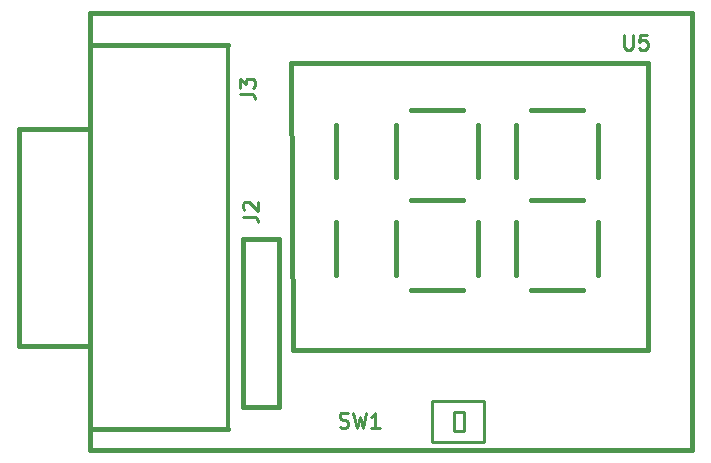
<source format=gto>
G04 (created by PCBNEW (2013-02-27 BZR 3976)-stable) date Tue 05 Mar 2013 10:33:50 AM IST*
%MOIN*%
G04 Gerber Fmt 3.4, Leading zero omitted, Abs format*
%FSLAX34Y34*%
G01*
G70*
G90*
G04 APERTURE LIST*
%ADD10C,2.3622e-06*%
%ADD11C,0.015*%
%ADD12C,0.0098*%
%ADD13C,0.012*%
%ADD14C,0.01*%
G04 APERTURE END LIST*
G54D10*
G54D11*
X43307Y-26772D02*
X43307Y-27165D01*
X63386Y-26772D02*
X43307Y-26772D01*
X63386Y-41339D02*
X63386Y-26772D01*
X43307Y-41339D02*
X63386Y-41339D01*
X43307Y-26772D02*
X43307Y-41339D01*
X61909Y-38016D02*
X50059Y-38016D01*
X50020Y-28449D02*
X61909Y-28449D01*
X61909Y-38016D02*
X61909Y-28488D01*
X50059Y-38016D02*
X50020Y-28449D01*
X51500Y-35500D02*
X51500Y-33750D01*
X51500Y-32250D02*
X51500Y-30500D01*
X54000Y-30000D02*
X55750Y-30000D01*
X56250Y-30500D02*
X56250Y-32250D01*
X53500Y-32250D02*
X53500Y-30500D01*
X54000Y-33000D02*
X55750Y-33000D01*
X53500Y-35500D02*
X53500Y-33750D01*
X56250Y-33750D02*
X56250Y-35500D01*
X54000Y-36000D02*
X55750Y-36000D01*
X58000Y-36000D02*
X59750Y-36000D01*
X60250Y-33750D02*
X60250Y-35500D01*
X57500Y-35500D02*
X57500Y-33750D01*
X58000Y-33000D02*
X59750Y-33000D01*
X57500Y-32250D02*
X57500Y-30500D01*
X60250Y-30500D02*
X60250Y-32250D01*
X58000Y-30000D02*
X59750Y-30000D01*
G54D12*
X55758Y-40715D02*
X55758Y-40085D01*
X55758Y-40085D02*
X55443Y-40085D01*
X55443Y-40085D02*
X55443Y-40715D01*
X55443Y-40715D02*
X55758Y-40715D01*
X56427Y-39888D02*
X56427Y-39731D01*
X56427Y-39731D02*
X54695Y-39731D01*
X54695Y-39731D02*
X54695Y-39888D01*
X56427Y-40400D02*
X56427Y-41069D01*
X56427Y-41069D02*
X54695Y-41069D01*
X54695Y-41069D02*
X54695Y-39888D01*
X56427Y-39888D02*
X56427Y-40400D01*
G54D11*
X48400Y-34300D02*
X48400Y-39900D01*
X48400Y-39900D02*
X49600Y-39900D01*
X49600Y-39900D02*
X49600Y-34300D01*
X49600Y-34300D02*
X48400Y-34300D01*
X43270Y-37882D02*
X40947Y-37882D01*
X40947Y-37882D02*
X40947Y-30638D01*
X40947Y-30638D02*
X43309Y-30638D01*
X47915Y-40638D02*
X43309Y-40638D01*
X47915Y-27843D02*
X43348Y-27843D01*
X43309Y-40638D02*
X43309Y-27882D01*
G54D13*
X47910Y-40650D02*
X47910Y-27850D01*
G54D14*
X61119Y-27502D02*
X61119Y-27907D01*
X61142Y-27954D01*
X61166Y-27978D01*
X61214Y-28002D01*
X61309Y-28002D01*
X61357Y-27978D01*
X61380Y-27954D01*
X61404Y-27907D01*
X61404Y-27502D01*
X61880Y-27502D02*
X61642Y-27502D01*
X61619Y-27740D01*
X61642Y-27716D01*
X61690Y-27692D01*
X61809Y-27692D01*
X61857Y-27716D01*
X61880Y-27740D01*
X61904Y-27788D01*
X61904Y-27907D01*
X61880Y-27954D01*
X61857Y-27978D01*
X61809Y-28002D01*
X61690Y-28002D01*
X61642Y-27978D01*
X61619Y-27954D01*
X51633Y-40578D02*
X51704Y-40602D01*
X51823Y-40602D01*
X51871Y-40578D01*
X51895Y-40554D01*
X51919Y-40507D01*
X51919Y-40459D01*
X51895Y-40411D01*
X51871Y-40388D01*
X51823Y-40364D01*
X51728Y-40340D01*
X51680Y-40316D01*
X51657Y-40292D01*
X51633Y-40245D01*
X51633Y-40197D01*
X51657Y-40150D01*
X51680Y-40126D01*
X51728Y-40102D01*
X51847Y-40102D01*
X51919Y-40126D01*
X52085Y-40102D02*
X52204Y-40602D01*
X52300Y-40245D01*
X52395Y-40602D01*
X52514Y-40102D01*
X52966Y-40602D02*
X52680Y-40602D01*
X52823Y-40602D02*
X52823Y-40102D01*
X52776Y-40173D01*
X52728Y-40221D01*
X52680Y-40245D01*
X48402Y-33566D02*
X48759Y-33566D01*
X48830Y-33590D01*
X48878Y-33638D01*
X48902Y-33709D01*
X48902Y-33757D01*
X48450Y-33352D02*
X48426Y-33328D01*
X48402Y-33280D01*
X48402Y-33161D01*
X48426Y-33114D01*
X48450Y-33090D01*
X48497Y-33066D01*
X48545Y-33066D01*
X48616Y-33090D01*
X48902Y-33376D01*
X48902Y-33066D01*
X48302Y-29466D02*
X48659Y-29466D01*
X48730Y-29490D01*
X48778Y-29538D01*
X48802Y-29609D01*
X48802Y-29657D01*
X48302Y-29276D02*
X48302Y-28966D01*
X48492Y-29133D01*
X48492Y-29061D01*
X48516Y-29014D01*
X48540Y-28990D01*
X48588Y-28966D01*
X48707Y-28966D01*
X48754Y-28990D01*
X48778Y-29014D01*
X48802Y-29061D01*
X48802Y-29204D01*
X48778Y-29252D01*
X48754Y-29276D01*
M02*

</source>
